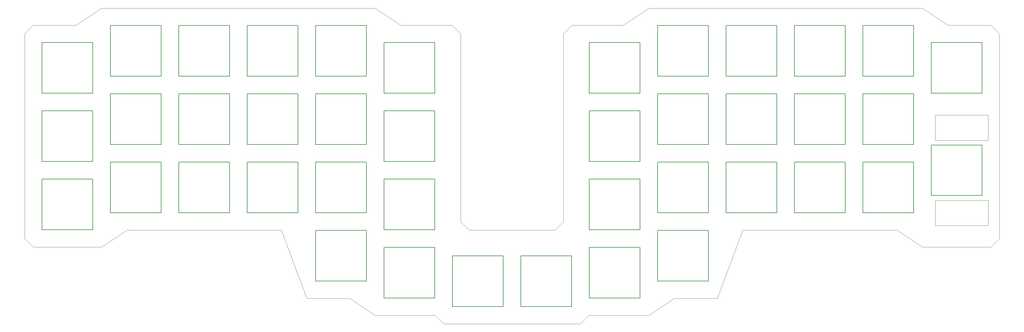
<source format=gm1>
G04 #@! TF.GenerationSoftware,KiCad,Pcbnew,8.0.4*
G04 #@! TF.CreationDate,2024-09-08T19:46:39+09:00*
G04 #@! TF.ProjectId,first_keyboard,66697273-745f-46b6-9579-626f6172642e,rev?*
G04 #@! TF.SameCoordinates,Original*
G04 #@! TF.FileFunction,Profile,NP*
%FSLAX46Y46*%
G04 Gerber Fmt 4.6, Leading zero omitted, Abs format (unit mm)*
G04 Created by KiCad (PCBNEW 8.0.4) date 2024-09-08 19:46:39*
%MOMM*%
%LPD*%
G01*
G04 APERTURE LIST*
G04 #@! TA.AperFunction,Profile*
%ADD10C,0.100000*%
G04 #@! TD*
G04 #@! TA.AperFunction,Profile*
%ADD11C,0.050000*%
G04 #@! TD*
G04 #@! TA.AperFunction,Profile*
%ADD12C,0.150000*%
G04 #@! TD*
G04 #@! TA.AperFunction,Profile*
%ADD13C,0.120000*%
G04 #@! TD*
G04 APERTURE END LIST*
D10*
X323850000Y-116681250D02*
X335756250Y-116681250D01*
X69056250Y-178593750D02*
X88106250Y-178593750D01*
X247650000Y-192881250D02*
X259556250Y-192881250D01*
X221456250Y-200025000D02*
X223837500Y-197643750D01*
X80962500Y-116681250D02*
X69056250Y-116681250D01*
X66675000Y-119062500D02*
X66675000Y-176212500D01*
D11*
X185737500Y-116681250D02*
X171450000Y-116681250D01*
X188118750Y-171450000D02*
X188118750Y-119062500D01*
X214312500Y-173831250D02*
X190500000Y-173831250D01*
X185737500Y-116681250D02*
X188118750Y-119062500D01*
D10*
X266700000Y-173831250D02*
X309562500Y-173831250D01*
X164306250Y-197643750D02*
X180975000Y-197643750D01*
X240506250Y-111918750D02*
X233362500Y-116681250D01*
X95250000Y-173831250D02*
X138112500Y-173831250D01*
X171450000Y-116681250D02*
X164306250Y-111918750D01*
X338137500Y-176212500D02*
X335756250Y-178593750D01*
X309562500Y-173831250D02*
X316706250Y-178593750D01*
X88106250Y-178593750D02*
X95250000Y-173831250D01*
X69056250Y-116681250D02*
X66675000Y-119062500D01*
X316706250Y-111918750D02*
X323850000Y-116681250D01*
X338137500Y-119062500D02*
X338137500Y-176212500D01*
D11*
X188118750Y-171450000D02*
X190500000Y-173831250D01*
D10*
X66675000Y-176212500D02*
X69056250Y-178593750D01*
X138112500Y-173831250D02*
X145256250Y-192881250D01*
X240506250Y-111918750D02*
X316706250Y-111918750D01*
X240506250Y-197643750D02*
X247650000Y-192881250D01*
D11*
X219075000Y-116681250D02*
X216693750Y-119062500D01*
D10*
X183356250Y-200025000D02*
X221456250Y-200025000D01*
X223837500Y-197643750D02*
X240506250Y-197643750D01*
X157162500Y-192881250D02*
X164306250Y-197643750D01*
X145256250Y-192881250D02*
X157162500Y-192881250D01*
X335756250Y-116681250D02*
X338137500Y-119062500D01*
X259556250Y-192881250D02*
X266700000Y-173831250D01*
D11*
X216693750Y-171450000D02*
X214312500Y-173831250D01*
D10*
X80962500Y-116681250D02*
X88106250Y-111918750D01*
X233362500Y-116681250D02*
X219075000Y-116681250D01*
X180975000Y-197643750D02*
X183356250Y-200025000D01*
D11*
X216693750Y-119062500D02*
X216693750Y-171450000D01*
D10*
X335756250Y-178593750D02*
X316706250Y-178593750D01*
X164306250Y-111918750D02*
X88106250Y-111918750D01*
D12*
X185831250Y-181068750D02*
X199931250Y-181068750D01*
X185831250Y-195168750D02*
X185831250Y-181068750D01*
X199931250Y-181068750D02*
X199931250Y-195168750D01*
X199931250Y-195168750D02*
X185831250Y-195168750D01*
X223931250Y-140587500D02*
X238031250Y-140587500D01*
X223931250Y-154687500D02*
X223931250Y-140587500D01*
X238031250Y-140587500D02*
X238031250Y-154687500D01*
X238031250Y-154687500D02*
X223931250Y-154687500D01*
X223931250Y-178687500D02*
X238031250Y-178687500D01*
X223931250Y-192787500D02*
X223931250Y-178687500D01*
X238031250Y-178687500D02*
X238031250Y-192787500D01*
X238031250Y-192787500D02*
X223931250Y-192787500D01*
X147731250Y-173925000D02*
X161831250Y-173925000D01*
X147731250Y-188025000D02*
X147731250Y-173925000D01*
X161831250Y-173925000D02*
X161831250Y-188025000D01*
X161831250Y-188025000D02*
X147731250Y-188025000D01*
X300131250Y-154875000D02*
X314231250Y-154875000D01*
X300131250Y-168975000D02*
X300131250Y-154875000D01*
X314231250Y-154875000D02*
X314231250Y-168975000D01*
X314231250Y-168975000D02*
X300131250Y-168975000D01*
X223931250Y-121537500D02*
X238031250Y-121537500D01*
X223931250Y-135637500D02*
X223931250Y-121537500D01*
X238031250Y-121537500D02*
X238031250Y-135637500D01*
X238031250Y-135637500D02*
X223931250Y-135637500D01*
X262031250Y-135825000D02*
X276131250Y-135825000D01*
X262031250Y-149925000D02*
X262031250Y-135825000D01*
X276131250Y-135825000D02*
X276131250Y-149925000D01*
X276131250Y-149925000D02*
X262031250Y-149925000D01*
X71531250Y-121537500D02*
X85631250Y-121537500D01*
X71531250Y-135637500D02*
X71531250Y-121537500D01*
X85631250Y-121537500D02*
X85631250Y-135637500D01*
X85631250Y-135637500D02*
X71531250Y-135637500D01*
X166781250Y-121537500D02*
X180881250Y-121537500D01*
X166781250Y-135637500D02*
X166781250Y-121537500D01*
X180881250Y-121537500D02*
X180881250Y-135637500D01*
X180881250Y-135637500D02*
X166781250Y-135637500D01*
X109631250Y-154875000D02*
X123731250Y-154875000D01*
X109631250Y-168975000D02*
X109631250Y-154875000D01*
X123731250Y-154875000D02*
X123731250Y-168975000D01*
X123731250Y-168975000D02*
X109631250Y-168975000D01*
X166781250Y-140587500D02*
X180881250Y-140587500D01*
X166781250Y-154687500D02*
X166781250Y-140587500D01*
X180881250Y-140587500D02*
X180881250Y-154687500D01*
X180881250Y-154687500D02*
X166781250Y-154687500D01*
X242981250Y-135825000D02*
X257081250Y-135825000D01*
X242981250Y-149925000D02*
X242981250Y-135825000D01*
X257081250Y-135825000D02*
X257081250Y-149925000D01*
X257081250Y-149925000D02*
X242981250Y-149925000D01*
X90581250Y-116775000D02*
X104681250Y-116775000D01*
X90581250Y-130875000D02*
X90581250Y-116775000D01*
X104681250Y-116775000D02*
X104681250Y-130875000D01*
X104681250Y-130875000D02*
X90581250Y-130875000D01*
X281081250Y-116775000D02*
X295181250Y-116775000D01*
X281081250Y-130875000D02*
X281081250Y-116775000D01*
X295181250Y-116775000D02*
X295181250Y-130875000D01*
X295181250Y-130875000D02*
X281081250Y-130875000D01*
X147731250Y-116775000D02*
X161831250Y-116775000D01*
X147731250Y-130875000D02*
X147731250Y-116775000D01*
X161831250Y-116775000D02*
X161831250Y-130875000D01*
X161831250Y-130875000D02*
X147731250Y-130875000D01*
X242981250Y-154875000D02*
X257081250Y-154875000D01*
X242981250Y-168975000D02*
X242981250Y-154875000D01*
X257081250Y-154875000D02*
X257081250Y-168975000D01*
X257081250Y-168975000D02*
X242981250Y-168975000D01*
X319181250Y-150112500D02*
X333281250Y-150112500D01*
X319181250Y-164212500D02*
X319181250Y-150112500D01*
D13*
X320231250Y-141762500D02*
X320231250Y-148762500D01*
X320231250Y-148762500D02*
X335031250Y-148762500D01*
X320231250Y-165562500D02*
X335031250Y-165562500D01*
X320231250Y-172562500D02*
X320231250Y-165562500D01*
D12*
X333281250Y-150112500D02*
X333281250Y-164212500D01*
X333281250Y-164212500D02*
X319181250Y-164212500D01*
D13*
X335031250Y-141762500D02*
X320231250Y-141762500D01*
X335031250Y-148762500D02*
X335031250Y-141762500D01*
X335031250Y-165562500D02*
X335031250Y-172562500D01*
X335031250Y-172562500D02*
X320231250Y-172562500D01*
D12*
X281081250Y-135825000D02*
X295181250Y-135825000D01*
X281081250Y-149925000D02*
X281081250Y-135825000D01*
X295181250Y-135825000D02*
X295181250Y-149925000D01*
X295181250Y-149925000D02*
X281081250Y-149925000D01*
X300131250Y-116775000D02*
X314231250Y-116775000D01*
X300131250Y-130875000D02*
X300131250Y-116775000D01*
X314231250Y-116775000D02*
X314231250Y-130875000D01*
X314231250Y-130875000D02*
X300131250Y-130875000D01*
X319181250Y-121537500D02*
X333281250Y-121537500D01*
X319181250Y-135637500D02*
X319181250Y-121537500D01*
X333281250Y-121537500D02*
X333281250Y-135637500D01*
X333281250Y-135637500D02*
X319181250Y-135637500D01*
X71531250Y-159637500D02*
X85631250Y-159637500D01*
X71531250Y-173737500D02*
X71531250Y-159637500D01*
X85631250Y-159637500D02*
X85631250Y-173737500D01*
X85631250Y-173737500D02*
X71531250Y-173737500D01*
X71531250Y-140587500D02*
X85631250Y-140587500D01*
X71531250Y-154687500D02*
X71531250Y-140587500D01*
X85631250Y-140587500D02*
X85631250Y-154687500D01*
X85631250Y-154687500D02*
X71531250Y-154687500D01*
X166781250Y-178687500D02*
X180881250Y-178687500D01*
X166781250Y-192787500D02*
X166781250Y-178687500D01*
X180881250Y-178687500D02*
X180881250Y-192787500D01*
X180881250Y-192787500D02*
X166781250Y-192787500D01*
X109631250Y-116775000D02*
X123731250Y-116775000D01*
X109631250Y-130875000D02*
X109631250Y-116775000D01*
X123731250Y-116775000D02*
X123731250Y-130875000D01*
X123731250Y-130875000D02*
X109631250Y-130875000D01*
X242981250Y-116775000D02*
X257081250Y-116775000D01*
X242981250Y-130875000D02*
X242981250Y-116775000D01*
X257081250Y-116775000D02*
X257081250Y-130875000D01*
X257081250Y-130875000D02*
X242981250Y-130875000D01*
X90581250Y-154875000D02*
X104681250Y-154875000D01*
X90581250Y-168975000D02*
X90581250Y-154875000D01*
X104681250Y-154875000D02*
X104681250Y-168975000D01*
X104681250Y-168975000D02*
X90581250Y-168975000D01*
X223931250Y-159637500D02*
X238031250Y-159637500D01*
X223931250Y-173737500D02*
X223931250Y-159637500D01*
X238031250Y-159637500D02*
X238031250Y-173737500D01*
X238031250Y-173737500D02*
X223931250Y-173737500D01*
X300131250Y-135825000D02*
X314231250Y-135825000D01*
X300131250Y-149925000D02*
X300131250Y-135825000D01*
X314231250Y-135825000D02*
X314231250Y-149925000D01*
X314231250Y-149925000D02*
X300131250Y-149925000D01*
X128681250Y-135825000D02*
X142781250Y-135825000D01*
X128681250Y-149925000D02*
X128681250Y-135825000D01*
X142781250Y-135825000D02*
X142781250Y-149925000D01*
X142781250Y-149925000D02*
X128681250Y-149925000D01*
X281081250Y-154875000D02*
X295181250Y-154875000D01*
X281081250Y-168975000D02*
X281081250Y-154875000D01*
X295181250Y-154875000D02*
X295181250Y-168975000D01*
X295181250Y-168975000D02*
X281081250Y-168975000D01*
X262031250Y-154875000D02*
X276131250Y-154875000D01*
X262031250Y-168975000D02*
X262031250Y-154875000D01*
X276131250Y-154875000D02*
X276131250Y-168975000D01*
X276131250Y-168975000D02*
X262031250Y-168975000D01*
X128681250Y-116775000D02*
X142781250Y-116775000D01*
X128681250Y-130875000D02*
X128681250Y-116775000D01*
X142781250Y-116775000D02*
X142781250Y-130875000D01*
X142781250Y-130875000D02*
X128681250Y-130875000D01*
X147731250Y-154875000D02*
X161831250Y-154875000D01*
X147731250Y-168975000D02*
X147731250Y-154875000D01*
X161831250Y-154875000D02*
X161831250Y-168975000D01*
X161831250Y-168975000D02*
X147731250Y-168975000D01*
X204881250Y-181068750D02*
X218981250Y-181068750D01*
X204881250Y-195168750D02*
X204881250Y-181068750D01*
X218981250Y-181068750D02*
X218981250Y-195168750D01*
X218981250Y-195168750D02*
X204881250Y-195168750D01*
X166781250Y-159637500D02*
X180881250Y-159637500D01*
X166781250Y-173737500D02*
X166781250Y-159637500D01*
X180881250Y-159637500D02*
X180881250Y-173737500D01*
X180881250Y-173737500D02*
X166781250Y-173737500D01*
X128681250Y-154875000D02*
X142781250Y-154875000D01*
X128681250Y-168975000D02*
X128681250Y-154875000D01*
X142781250Y-154875000D02*
X142781250Y-168975000D01*
X142781250Y-168975000D02*
X128681250Y-168975000D01*
X147731250Y-135825000D02*
X161831250Y-135825000D01*
X147731250Y-149925000D02*
X147731250Y-135825000D01*
X161831250Y-135825000D02*
X161831250Y-149925000D01*
X161831250Y-149925000D02*
X147731250Y-149925000D01*
X262031250Y-116775000D02*
X276131250Y-116775000D01*
X262031250Y-130875000D02*
X262031250Y-116775000D01*
X276131250Y-116775000D02*
X276131250Y-130875000D01*
X276131250Y-130875000D02*
X262031250Y-130875000D01*
X90581250Y-135825000D02*
X104681250Y-135825000D01*
X90581250Y-149925000D02*
X90581250Y-135825000D01*
X104681250Y-135825000D02*
X104681250Y-149925000D01*
X104681250Y-149925000D02*
X90581250Y-149925000D01*
X242981250Y-173925000D02*
X257081250Y-173925000D01*
X242981250Y-188025000D02*
X242981250Y-173925000D01*
X257081250Y-173925000D02*
X257081250Y-188025000D01*
X257081250Y-188025000D02*
X242981250Y-188025000D01*
X109631250Y-135825000D02*
X123731250Y-135825000D01*
X109631250Y-149925000D02*
X109631250Y-135825000D01*
X123731250Y-135825000D02*
X123731250Y-149925000D01*
X123731250Y-149925000D02*
X109631250Y-149925000D01*
M02*

</source>
